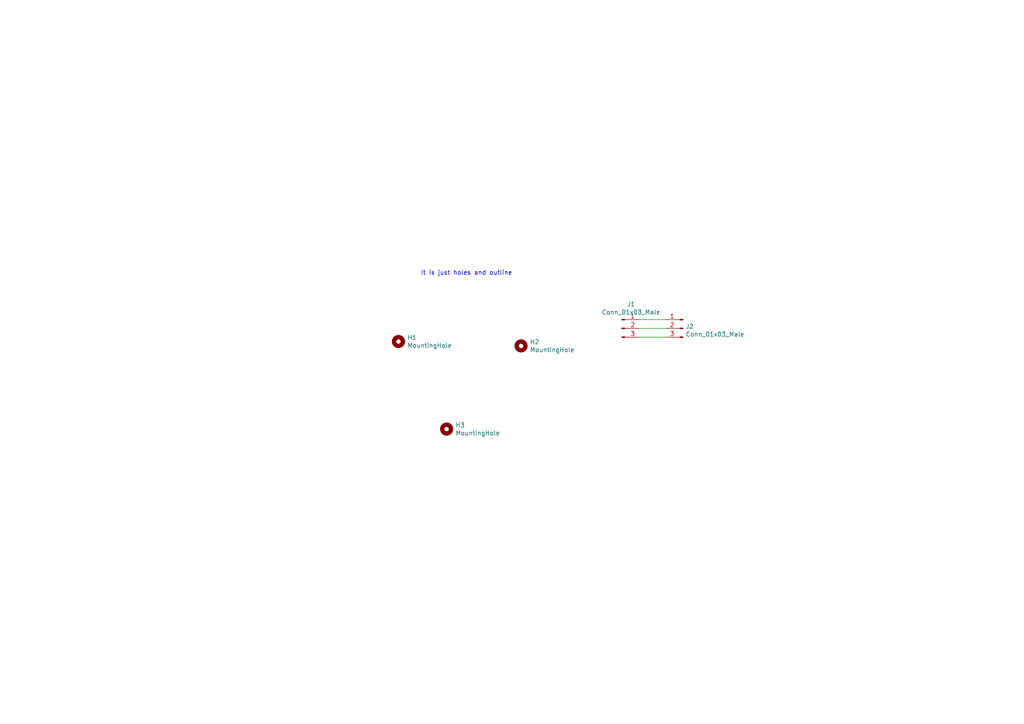
<source format=kicad_sch>
(kicad_sch (version 20200714) (host eeschema "5.99.0-unknown-8c94d88c7~102~ubuntu18.04.1")
  (page 1 1)
  (paper "A4")
  (lib_symbols
    (symbol "Connector:Conn_01x03_Male" (pin_names hide)
      (property "Reference" "J" (at 0 5.08 0))
      (property "Value" "Conn_01x03_Male" (at 0 -5.08 0))
      (symbol "Conn_01x03_Male_1_1"
        (rectangle (start 0.8636 -2.413) (end 0 -2.667) (stroke (width 0.1524)) (fill (type outline)))
        (rectangle (start 0.8636 0.127) (end 0 -0.127) (stroke (width 0.1524)) (fill (type outline)))
        (rectangle (start 0.8636 2.667) (end 0 2.413) (stroke (width 0.1524)) (fill (type outline)))
        (polyline (pts (xy 1.27 -2.54) (xy 0.8636 -2.54)) (stroke (width 0.1524)))
        (polyline (pts (xy 1.27 0) (xy 0.8636 0)) (stroke (width 0.1524)))
        (polyline (pts (xy 1.27 2.54) (xy 0.8636 2.54)) (stroke (width 0.1524)))
        (pin passive line (at 5.08 2.54 180) (length 3.81) (name "Pin_1") (number "1"))
        (pin passive line (at 5.08 0 180) (length 3.81) (name "Pin_2") (number "2"))
        (pin passive line (at 5.08 -2.54 180) (length 3.81) (name "Pin_3") (number "3"))
      )
    )
    (symbol "Mechanical:MountingHole"
      (property "Reference" "H" (at 0 5.08 0))
      (property "Value" "MountingHole" (at 0 3.175 0))
      (symbol "MountingHole_0_1"
        (circle (center 0 0) (radius 1.27) (stroke (width 1.27)))
      )
    )
  )
  (wire (pts (xy 185.42 92.71) (xy 193.04 92.71)))
  (wire (pts (xy 185.42 95.25) (xy 193.04 95.25)))
  (wire (pts (xy 185.42 97.79) (xy 193.04 97.79)))
  (text "It is just holes and outline" (at 148.59 80.01 180) (effects (font (size 1.27 1.27)) (justify right bottom)))
  (symbol (lib_id "Mechanical:MountingHole") (at 115.57 99.06 0) (unit 1)
    (property "Reference" "H1" (at 118.1101 97.9106 0) (effects (justify left)))
    (property "Value" "MountingHole" (at 118.1101 100.2093 0) (effects (justify left)))
    (property "Footprint" "MountingHole:MountingHole_2.2mm_M2" (effects hide))
  )
  (symbol (lib_id "Mechanical:MountingHole") (at 129.54 124.46 0) (unit 1)
    (property "Reference" "H3" (at 132.0801 123.3106 0) (effects (justify left)))
    (property "Value" "MountingHole" (at 132.0801 125.6093 0) (effects (justify left)))
    (property "Footprint" "melty:brushlessholes" (effects hide))
  )
  (symbol (lib_id "Mechanical:MountingHole") (at 151.13 100.33 0) (unit 1)
    (property "Reference" "H2" (at 153.6701 99.1806 0) (effects (justify left)))
    (property "Value" "MountingHole" (at 153.6701 101.4793 0) (effects (justify left)))
    (property "Footprint" "MountingHole:MountingHole_2.2mm_M2" (effects hide))
  )
  (symbol (lib_id "Connector:Conn_01x03_Male") (at 180.34 95.25 0) (unit 1)
    (property "Reference" "J1" (at 183.0324 88.2458 0))
    (property "Value" "Conn_01x03_Male" (at 183.0324 90.5445 0))
    (property "Footprint" "Connector_Wire:SolderWire-1sqmm_1x03_P5.4mm_D1.4mm_OD2.7mm" (effects hide))
  )
  (symbol (lib_id "Connector:Conn_01x03_Male") (at 198.12 95.25 0) (mirror y) (unit 1)
    (property "Reference" "J2" (at 198.8313 94.6594 0) (effects (justify right)))
    (property "Value" "Conn_01x03_Male" (at 198.8313 96.9581 0) (effects (justify right)))
    (property "Footprint" "Connector_Wire:SolderWire-1sqmm_1x03_P5.4mm_D1.4mm_OD2.7mm" (effects hide))
  )
)
</source>
